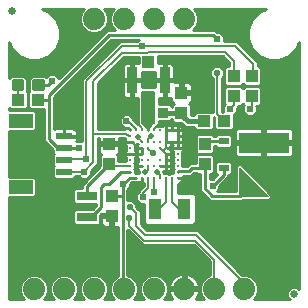
<source format=gtl>
G75*
%MOIN*%
%OFA0B0*%
%FSLAX25Y25*%
%IPPOS*%
%LPD*%
%AMOC8*
5,1,8,0,0,1.08239X$1,22.5*
%
%ADD10C,0.00984*%
%ADD11R,0.07874X0.04724*%
%ADD12R,0.05315X0.02362*%
%ADD13R,0.03937X0.04331*%
%ADD14R,0.03346X0.08661*%
%ADD15R,0.03937X0.04134*%
%ADD16R,0.03937X0.07087*%
%ADD17C,0.07400*%
%ADD18R,0.03268X0.02480*%
%ADD19C,0.02500*%
%ADD20C,0.01181*%
%ADD21R,0.04331X0.03937*%
%ADD22R,0.03346X0.03543*%
%ADD23R,0.16535X0.06693*%
%ADD24C,0.00197*%
%ADD25R,0.03937X0.03937*%
%ADD26R,0.07087X0.03150*%
%ADD27C,0.01000*%
%ADD28C,0.02400*%
%ADD29C,0.00800*%
%ADD30C,0.02200*%
%ADD31C,0.02000*%
%ADD32C,0.00600*%
%ADD33C,0.01800*%
D10*
X0156475Y0097142D03*
X0156475Y0099110D03*
X0156475Y0101079D03*
X0156475Y0103047D03*
X0156475Y0105016D03*
X0156475Y0106984D03*
X0156475Y0108953D03*
X0156475Y0110921D03*
X0156475Y0112890D03*
X0158444Y0112890D03*
X0160412Y0112890D03*
X0162381Y0112890D03*
X0164349Y0112890D03*
X0166318Y0112890D03*
X0168286Y0112890D03*
X0170255Y0112890D03*
X0172223Y0112890D03*
X0172223Y0110921D03*
X0172223Y0108953D03*
X0172223Y0106984D03*
X0172223Y0105016D03*
X0172223Y0103047D03*
X0172223Y0101079D03*
X0172223Y0099110D03*
X0172223Y0097142D03*
X0170255Y0097142D03*
X0168286Y0097142D03*
X0166318Y0097142D03*
X0164349Y0097142D03*
X0162381Y0097142D03*
X0160412Y0097142D03*
X0158444Y0097142D03*
X0160412Y0101079D03*
X0160412Y0103047D03*
X0162381Y0103047D03*
X0162381Y0101079D03*
X0164349Y0101079D03*
X0166318Y0101079D03*
X0168286Y0101079D03*
X0168286Y0103047D03*
X0166318Y0103047D03*
X0168286Y0105016D03*
X0166318Y0106984D03*
X0166318Y0108953D03*
X0168286Y0108953D03*
X0164349Y0108953D03*
X0162381Y0108953D03*
X0162381Y0106984D03*
X0160412Y0106984D03*
X0160412Y0105016D03*
X0160412Y0108953D03*
D11*
X0119865Y0116024D03*
X0119865Y0093976D03*
D12*
X0134333Y0099094D03*
X0134333Y0103031D03*
X0134333Y0106969D03*
X0134333Y0110906D03*
D13*
X0149333Y0108346D03*
X0149333Y0101654D03*
X0150233Y0091046D03*
X0150233Y0084354D03*
X0181233Y0101654D03*
X0181233Y0108346D03*
X0173433Y0118654D03*
X0173433Y0125346D03*
X0190833Y0124254D03*
X0196933Y0124254D03*
X0196933Y0130946D03*
X0190833Y0130946D03*
D14*
X0167847Y0129500D03*
X0157020Y0129500D03*
D15*
X0162433Y0123496D03*
X0162433Y0135504D03*
D16*
X0164612Y0086700D03*
X0174455Y0086700D03*
D17*
X0174333Y0060000D03*
X0164333Y0060000D03*
X0154333Y0060000D03*
X0144333Y0060000D03*
X0134333Y0060000D03*
X0124333Y0060000D03*
X0184333Y0060000D03*
X0194333Y0060000D03*
X0174333Y0150000D03*
X0164333Y0150000D03*
X0154333Y0150000D03*
X0144333Y0150000D03*
D18*
X0187533Y0109428D03*
X0187533Y0100372D03*
D19*
X0211133Y0058400D03*
X0116933Y0152500D03*
D20*
X0117503Y0129378D02*
X0117503Y0126622D01*
X0117503Y0129378D02*
X0120259Y0129378D01*
X0120259Y0126622D01*
X0117503Y0126622D01*
X0117503Y0127744D02*
X0120259Y0127744D01*
X0120259Y0128866D02*
X0117503Y0128866D01*
X0124408Y0129378D02*
X0124408Y0126622D01*
X0124408Y0129378D02*
X0127164Y0129378D01*
X0127164Y0126622D01*
X0124408Y0126622D01*
X0124408Y0127744D02*
X0127164Y0127744D01*
X0127164Y0128866D02*
X0124408Y0128866D01*
D21*
X0125680Y0123000D03*
X0118987Y0123000D03*
X0180987Y0116000D03*
X0187680Y0116000D03*
D22*
X0167417Y0118800D03*
X0162850Y0118800D03*
D23*
X0200971Y0108783D03*
D24*
X0192782Y0100398D02*
X0202231Y0090949D01*
X0192782Y0090949D01*
X0192782Y0100398D01*
X0192782Y0100324D02*
X0192856Y0100324D01*
X0192782Y0100129D02*
X0193051Y0100129D01*
X0193247Y0099933D02*
X0192782Y0099933D01*
X0192782Y0099738D02*
X0193442Y0099738D01*
X0193637Y0099542D02*
X0192782Y0099542D01*
X0192782Y0099347D02*
X0193833Y0099347D01*
X0194028Y0099152D02*
X0192782Y0099152D01*
X0192782Y0098956D02*
X0194223Y0098956D01*
X0194419Y0098761D02*
X0192782Y0098761D01*
X0192782Y0098566D02*
X0194614Y0098566D01*
X0194809Y0098370D02*
X0192782Y0098370D01*
X0192782Y0098175D02*
X0195005Y0098175D01*
X0195200Y0097980D02*
X0192782Y0097980D01*
X0192782Y0097784D02*
X0195396Y0097784D01*
X0195591Y0097589D02*
X0192782Y0097589D01*
X0192782Y0097393D02*
X0195786Y0097393D01*
X0195982Y0097198D02*
X0192782Y0097198D01*
X0192782Y0097003D02*
X0196177Y0097003D01*
X0196372Y0096807D02*
X0192782Y0096807D01*
X0192782Y0096612D02*
X0196568Y0096612D01*
X0196763Y0096417D02*
X0192782Y0096417D01*
X0192782Y0096221D02*
X0196958Y0096221D01*
X0197154Y0096026D02*
X0192782Y0096026D01*
X0192782Y0095831D02*
X0197349Y0095831D01*
X0197545Y0095635D02*
X0192782Y0095635D01*
X0192782Y0095440D02*
X0197740Y0095440D01*
X0197935Y0095245D02*
X0192782Y0095245D01*
X0192782Y0095049D02*
X0198131Y0095049D01*
X0198326Y0094854D02*
X0192782Y0094854D01*
X0192782Y0094658D02*
X0198521Y0094658D01*
X0198717Y0094463D02*
X0192782Y0094463D01*
X0192782Y0094268D02*
X0198912Y0094268D01*
X0199107Y0094072D02*
X0192782Y0094072D01*
X0192782Y0093877D02*
X0199303Y0093877D01*
X0199498Y0093682D02*
X0192782Y0093682D01*
X0192782Y0093486D02*
X0199694Y0093486D01*
X0199889Y0093291D02*
X0192782Y0093291D01*
X0192782Y0093096D02*
X0200084Y0093096D01*
X0200280Y0092900D02*
X0192782Y0092900D01*
X0192782Y0092705D02*
X0200475Y0092705D01*
X0200670Y0092509D02*
X0192782Y0092509D01*
X0192782Y0092314D02*
X0200866Y0092314D01*
X0201061Y0092119D02*
X0192782Y0092119D01*
X0192782Y0091923D02*
X0201256Y0091923D01*
X0201452Y0091728D02*
X0192782Y0091728D01*
X0192782Y0091533D02*
X0201647Y0091533D01*
X0201843Y0091337D02*
X0192782Y0091337D01*
X0192782Y0091142D02*
X0202038Y0091142D01*
D25*
X0195373Y0093500D03*
D26*
X0141833Y0091118D03*
X0141833Y0084031D03*
D27*
X0115933Y0090514D02*
X0115933Y0056600D01*
X0120945Y0056600D01*
X0120264Y0057281D01*
X0119533Y0059045D01*
X0119533Y0060955D01*
X0120264Y0062719D01*
X0121614Y0064069D01*
X0123379Y0064800D01*
X0125288Y0064800D01*
X0127052Y0064069D01*
X0128403Y0062719D01*
X0129133Y0060955D01*
X0129133Y0059045D01*
X0128403Y0057281D01*
X0127722Y0056600D01*
X0130945Y0056600D01*
X0130264Y0057281D01*
X0129533Y0059045D01*
X0129533Y0060955D01*
X0130264Y0062719D01*
X0131614Y0064069D01*
X0133379Y0064800D01*
X0135288Y0064800D01*
X0137052Y0064069D01*
X0138403Y0062719D01*
X0139133Y0060955D01*
X0139133Y0059045D01*
X0138403Y0057281D01*
X0137722Y0056600D01*
X0140945Y0056600D01*
X0140264Y0057281D01*
X0139533Y0059045D01*
X0139533Y0060955D01*
X0140264Y0062719D01*
X0141614Y0064069D01*
X0143379Y0064800D01*
X0145288Y0064800D01*
X0147052Y0064069D01*
X0148403Y0062719D01*
X0149133Y0060955D01*
X0149133Y0059045D01*
X0148403Y0057281D01*
X0147722Y0056600D01*
X0150945Y0056600D01*
X0150264Y0057281D01*
X0149533Y0059045D01*
X0149533Y0060955D01*
X0150264Y0062719D01*
X0151614Y0064069D01*
X0152233Y0064326D01*
X0152233Y0080688D01*
X0150718Y0080688D01*
X0150718Y0083869D01*
X0149749Y0083869D01*
X0149749Y0080688D01*
X0148067Y0080688D01*
X0147686Y0080790D01*
X0147344Y0080988D01*
X0147065Y0081267D01*
X0146867Y0081609D01*
X0146765Y0081991D01*
X0146765Y0083869D01*
X0149749Y0083869D01*
X0149749Y0084838D01*
X0146765Y0084838D01*
X0146765Y0085069D01*
X0146477Y0084781D01*
X0146477Y0082001D01*
X0145832Y0081357D01*
X0137834Y0081357D01*
X0137190Y0082001D01*
X0137190Y0086062D01*
X0137834Y0086706D01*
X0143877Y0086706D01*
X0145133Y0087963D01*
X0145133Y0088443D01*
X0137834Y0088443D01*
X0137190Y0089088D01*
X0137190Y0093149D01*
X0137834Y0093793D01*
X0140233Y0093793D01*
X0140233Y0094816D01*
X0141171Y0095754D01*
X0146265Y0100848D01*
X0146265Y0104275D01*
X0146778Y0104788D01*
X0146444Y0104981D01*
X0146165Y0105260D01*
X0145967Y0105602D01*
X0145865Y0105984D01*
X0145865Y0107862D01*
X0148849Y0107862D01*
X0148849Y0108831D01*
X0145865Y0108831D01*
X0145865Y0110200D01*
X0145633Y0110200D01*
X0145633Y0101679D01*
X0143228Y0099273D01*
X0143228Y0098142D01*
X0141880Y0096794D01*
X0139975Y0096794D01*
X0139175Y0097594D01*
X0138091Y0097594D01*
X0138091Y0097458D01*
X0137446Y0096813D01*
X0131220Y0096813D01*
X0130576Y0097458D01*
X0130576Y0100731D01*
X0130908Y0101063D01*
X0130576Y0101395D01*
X0130576Y0104668D01*
X0130908Y0105000D01*
X0130576Y0105332D01*
X0130576Y0106363D01*
X0128671Y0108269D01*
X0127733Y0109206D01*
X0127733Y0119931D01*
X0123059Y0119931D01*
X0122414Y0120576D01*
X0122414Y0125424D01*
X0122815Y0125825D01*
X0122718Y0125922D01*
X0122718Y0130078D01*
X0123708Y0131068D01*
X0127864Y0131068D01*
X0128357Y0130576D01*
X0129481Y0131700D01*
X0131386Y0131700D01*
X0132733Y0130353D01*
X0132733Y0130263D01*
X0148771Y0146300D01*
X0151245Y0146300D01*
X0150264Y0147281D01*
X0149533Y0149045D01*
X0149533Y0150955D01*
X0150264Y0152719D01*
X0150945Y0153400D01*
X0147722Y0153400D01*
X0148403Y0152719D01*
X0149133Y0150955D01*
X0149133Y0149045D01*
X0148403Y0147281D01*
X0147052Y0145931D01*
X0145288Y0145200D01*
X0143379Y0145200D01*
X0141614Y0145931D01*
X0140264Y0147281D01*
X0139533Y0149045D01*
X0139533Y0150955D01*
X0140264Y0152719D01*
X0140945Y0153400D01*
X0127049Y0153400D01*
X0129318Y0152460D01*
X0129318Y0152460D01*
X0131794Y0149985D01*
X0131794Y0149985D01*
X0133133Y0146750D01*
X0133133Y0143250D01*
X0131794Y0140015D01*
X0131794Y0140015D01*
X0129318Y0137540D01*
X0129318Y0137540D01*
X0126084Y0136200D01*
X0122583Y0136200D01*
X0119349Y0137540D01*
X0119349Y0137540D01*
X0116873Y0140015D01*
X0116873Y0140015D01*
X0115933Y0142284D01*
X0115933Y0130199D01*
X0116802Y0131068D01*
X0120959Y0131068D01*
X0121949Y0130078D01*
X0121949Y0125922D01*
X0121852Y0125825D01*
X0122252Y0125424D01*
X0122252Y0120576D01*
X0121608Y0119931D01*
X0116366Y0119931D01*
X0115933Y0120364D01*
X0115933Y0119486D01*
X0124257Y0119486D01*
X0124902Y0118841D01*
X0124902Y0113206D01*
X0124257Y0112561D01*
X0115933Y0112561D01*
X0115933Y0097439D01*
X0124257Y0097439D01*
X0124902Y0096794D01*
X0124902Y0091159D01*
X0124257Y0090514D01*
X0115933Y0090514D01*
X0115933Y0089948D02*
X0137190Y0089948D01*
X0137190Y0090946D02*
X0124690Y0090946D01*
X0124902Y0091945D02*
X0137190Y0091945D01*
X0137190Y0092943D02*
X0124902Y0092943D01*
X0124902Y0093942D02*
X0140233Y0093942D01*
X0140358Y0094940D02*
X0124902Y0094940D01*
X0124902Y0095939D02*
X0141356Y0095939D01*
X0142023Y0096937D02*
X0142355Y0096937D01*
X0143022Y0097936D02*
X0143353Y0097936D01*
X0143228Y0098934D02*
X0144352Y0098934D01*
X0143888Y0099933D02*
X0145350Y0099933D01*
X0144886Y0100932D02*
X0146265Y0100932D01*
X0146265Y0101930D02*
X0145633Y0101930D01*
X0145633Y0102929D02*
X0146265Y0102929D01*
X0146265Y0103927D02*
X0145633Y0103927D01*
X0145633Y0104926D02*
X0146539Y0104926D01*
X0145881Y0105924D02*
X0145633Y0105924D01*
X0145633Y0106923D02*
X0145865Y0106923D01*
X0145633Y0107921D02*
X0148849Y0107921D01*
X0149818Y0107921D02*
X0154770Y0107921D01*
X0154881Y0107730D02*
X0154925Y0107686D01*
X0154883Y0107644D01*
X0154883Y0106325D01*
X0154925Y0106283D01*
X0154881Y0106239D01*
X0154619Y0105785D01*
X0154483Y0105278D01*
X0154483Y0105016D01*
X0156475Y0105016D01*
X0156475Y0105016D01*
X0160061Y0105016D01*
X0160062Y0105016D01*
X0158420Y0105016D01*
X0156475Y0105016D01*
X0156475Y0105016D01*
X0154483Y0105016D01*
X0154483Y0104753D01*
X0154619Y0104247D01*
X0154881Y0103793D01*
X0154925Y0103749D01*
X0154883Y0103707D01*
X0154883Y0102579D01*
X0152402Y0102579D01*
X0152402Y0104275D01*
X0151889Y0104788D01*
X0152223Y0104981D01*
X0152502Y0105260D01*
X0152700Y0105602D01*
X0152802Y0105984D01*
X0152802Y0107862D01*
X0149818Y0107862D01*
X0149818Y0108831D01*
X0152802Y0108831D01*
X0152802Y0110200D01*
X0154512Y0110200D01*
X0154755Y0109957D01*
X0154619Y0109722D01*
X0154483Y0109215D01*
X0154483Y0108953D01*
X0156475Y0108953D01*
X0156475Y0108953D01*
X0157411Y0108953D01*
X0156475Y0108953D01*
X0156475Y0108953D01*
X0154483Y0108953D01*
X0154483Y0108690D01*
X0154619Y0108184D01*
X0154881Y0107730D01*
X0154883Y0106923D02*
X0152802Y0106923D01*
X0152786Y0105924D02*
X0154699Y0105924D01*
X0154483Y0104926D02*
X0152127Y0104926D01*
X0152402Y0103927D02*
X0154803Y0103927D01*
X0154883Y0102929D02*
X0152402Y0102929D01*
X0149333Y0101654D02*
X0141833Y0094154D01*
X0141833Y0093000D01*
X0141833Y0091118D01*
X0145121Y0087951D02*
X0115933Y0087951D01*
X0115933Y0088949D02*
X0137328Y0088949D01*
X0137190Y0085954D02*
X0115933Y0085954D01*
X0115933Y0086952D02*
X0144123Y0086952D01*
X0146733Y0087300D02*
X0143465Y0084031D01*
X0141833Y0084031D01*
X0137190Y0083957D02*
X0115933Y0083957D01*
X0115933Y0084955D02*
X0137190Y0084955D01*
X0137190Y0082958D02*
X0115933Y0082958D01*
X0115933Y0081960D02*
X0137231Y0081960D01*
X0146435Y0081960D02*
X0146773Y0081960D01*
X0146765Y0082958D02*
X0146477Y0082958D01*
X0146477Y0083957D02*
X0149749Y0083957D01*
X0149749Y0082958D02*
X0150718Y0082958D01*
X0150718Y0081960D02*
X0149749Y0081960D01*
X0149749Y0080961D02*
X0150718Y0080961D01*
X0152233Y0079963D02*
X0115933Y0079963D01*
X0115933Y0080961D02*
X0147390Y0080961D01*
X0152233Y0078964D02*
X0115933Y0078964D01*
X0115933Y0077966D02*
X0152233Y0077966D01*
X0152233Y0076967D02*
X0115933Y0076967D01*
X0115933Y0075969D02*
X0152233Y0075969D01*
X0152233Y0074970D02*
X0115933Y0074970D01*
X0115933Y0073972D02*
X0152233Y0073972D01*
X0152233Y0072973D02*
X0115933Y0072973D01*
X0115933Y0071975D02*
X0152233Y0071975D01*
X0152233Y0070976D02*
X0115933Y0070976D01*
X0115933Y0069978D02*
X0152233Y0069978D01*
X0152233Y0068979D02*
X0115933Y0068979D01*
X0115933Y0067981D02*
X0152233Y0067981D01*
X0152233Y0066982D02*
X0115933Y0066982D01*
X0115933Y0065984D02*
X0152233Y0065984D01*
X0152233Y0064985D02*
X0115933Y0064985D01*
X0115933Y0063987D02*
X0121532Y0063987D01*
X0120533Y0062988D02*
X0115933Y0062988D01*
X0115933Y0061990D02*
X0119962Y0061990D01*
X0119548Y0060991D02*
X0115933Y0060991D01*
X0115933Y0059993D02*
X0119533Y0059993D01*
X0119555Y0058994D02*
X0115933Y0058994D01*
X0115933Y0057996D02*
X0119968Y0057996D01*
X0120548Y0056997D02*
X0115933Y0056997D01*
X0128119Y0056997D02*
X0130548Y0056997D01*
X0129968Y0057996D02*
X0128699Y0057996D01*
X0129112Y0058994D02*
X0129555Y0058994D01*
X0129533Y0059993D02*
X0129133Y0059993D01*
X0129118Y0060991D02*
X0129548Y0060991D01*
X0129962Y0061990D02*
X0128705Y0061990D01*
X0128133Y0062988D02*
X0130533Y0062988D01*
X0131532Y0063987D02*
X0127135Y0063987D01*
X0137135Y0063987D02*
X0141532Y0063987D01*
X0140533Y0062988D02*
X0138133Y0062988D01*
X0138705Y0061990D02*
X0139962Y0061990D01*
X0139548Y0060991D02*
X0139118Y0060991D01*
X0139133Y0059993D02*
X0139533Y0059993D01*
X0139555Y0058994D02*
X0139112Y0058994D01*
X0138699Y0057996D02*
X0139968Y0057996D01*
X0140548Y0056997D02*
X0138119Y0056997D01*
X0148119Y0056997D02*
X0150548Y0056997D01*
X0149968Y0057996D02*
X0148699Y0057996D01*
X0149112Y0058994D02*
X0149555Y0058994D01*
X0149533Y0059993D02*
X0149133Y0059993D01*
X0149118Y0060991D02*
X0149548Y0060991D01*
X0149962Y0061990D02*
X0148705Y0061990D01*
X0148133Y0062988D02*
X0150533Y0062988D01*
X0151532Y0063987D02*
X0147135Y0063987D01*
X0153833Y0060500D02*
X0154333Y0060000D01*
X0153833Y0060500D02*
X0153833Y0091000D01*
X0150280Y0091000D01*
X0150233Y0091046D01*
X0153833Y0091000D02*
X0153833Y0094600D01*
X0154083Y0094850D01*
X0156375Y0097142D01*
X0156475Y0097142D01*
X0158444Y0097142D01*
X0158075Y0098742D02*
X0158075Y0099773D01*
X0157748Y0100100D01*
X0158067Y0100419D01*
X0158067Y0101738D01*
X0157742Y0102063D01*
X0158067Y0102388D01*
X0158067Y0103707D01*
X0158025Y0103749D01*
X0158069Y0103793D01*
X0158331Y0104247D01*
X0158444Y0104665D01*
X0158556Y0104247D01*
X0158818Y0103793D01*
X0158862Y0103749D01*
X0158820Y0103707D01*
X0158820Y0102388D01*
X0158862Y0102346D01*
X0158818Y0102302D01*
X0158556Y0101848D01*
X0158420Y0101341D01*
X0158420Y0101079D01*
X0160412Y0101079D01*
X0160412Y0101079D01*
X0158420Y0101079D01*
X0158420Y0100816D01*
X0158556Y0100310D01*
X0158818Y0099856D01*
X0159189Y0099485D01*
X0159333Y0099401D01*
X0159333Y0098819D01*
X0159189Y0098736D01*
X0159151Y0098697D01*
X0159106Y0098742D01*
X0158075Y0098742D01*
X0158075Y0098934D02*
X0159333Y0098934D01*
X0158773Y0099933D02*
X0157915Y0099933D01*
X0158067Y0100932D02*
X0158420Y0100932D01*
X0158603Y0101930D02*
X0157875Y0101930D01*
X0158067Y0102929D02*
X0158820Y0102929D01*
X0158740Y0103927D02*
X0158147Y0103927D01*
X0158444Y0105366D02*
X0158331Y0105785D01*
X0158069Y0106239D01*
X0158025Y0106283D01*
X0158067Y0106325D01*
X0158067Y0107644D01*
X0158025Y0107686D01*
X0158069Y0107730D01*
X0158331Y0108184D01*
X0158389Y0108400D01*
X0158820Y0108400D01*
X0158820Y0108293D01*
X0158862Y0108251D01*
X0158818Y0108207D01*
X0158556Y0107753D01*
X0158420Y0107247D01*
X0158420Y0106984D01*
X0158420Y0106722D01*
X0158556Y0106215D01*
X0158680Y0106000D01*
X0158556Y0105785D01*
X0158444Y0105366D01*
X0158251Y0105924D02*
X0158636Y0105924D01*
X0158420Y0106923D02*
X0158067Y0106923D01*
X0158420Y0106984D02*
X0160061Y0106984D01*
X0160062Y0106984D01*
X0158420Y0106984D01*
X0158653Y0107921D02*
X0158180Y0107921D01*
X0157411Y0108953D02*
X0157411Y0108953D01*
X0154732Y0109918D02*
X0152802Y0109918D01*
X0152802Y0108920D02*
X0154483Y0108920D01*
X0154496Y0113200D02*
X0145633Y0113200D01*
X0145633Y0128679D01*
X0154155Y0137200D01*
X0159365Y0137200D01*
X0159365Y0135175D01*
X0159272Y0135228D01*
X0158891Y0135331D01*
X0157357Y0135331D01*
X0157357Y0129837D01*
X0156683Y0129837D01*
X0156683Y0135331D01*
X0155149Y0135331D01*
X0154768Y0135228D01*
X0154426Y0135031D01*
X0154146Y0134752D01*
X0153949Y0134410D01*
X0153847Y0134028D01*
X0153847Y0129837D01*
X0156683Y0129837D01*
X0156683Y0129163D01*
X0157357Y0129163D01*
X0157357Y0129837D01*
X0160193Y0129837D01*
X0160193Y0132337D01*
X0164673Y0132337D01*
X0164673Y0129837D01*
X0167510Y0129837D01*
X0167510Y0135331D01*
X0165976Y0135331D01*
X0165595Y0135228D01*
X0165502Y0135175D01*
X0165502Y0137600D01*
X0187212Y0137600D01*
X0189333Y0135479D01*
X0189333Y0134212D01*
X0188409Y0134212D01*
X0187765Y0133567D01*
X0187765Y0128325D01*
X0188409Y0127681D01*
X0193257Y0127681D01*
X0193883Y0128307D01*
X0194509Y0127681D01*
X0199357Y0127681D01*
X0200002Y0128325D01*
X0200002Y0133567D01*
X0199357Y0134212D01*
X0198833Y0134212D01*
X0198833Y0135621D01*
X0191955Y0142500D01*
X0187633Y0142500D01*
X0187633Y0144353D01*
X0186286Y0145700D01*
X0185296Y0145700D01*
X0184696Y0146300D01*
X0177422Y0146300D01*
X0178403Y0147281D01*
X0179133Y0149045D01*
X0179133Y0150955D01*
X0178403Y0152719D01*
X0177722Y0153400D01*
X0201617Y0153400D01*
X0199349Y0152460D01*
X0199349Y0152460D01*
X0196873Y0149985D01*
X0196873Y0149985D01*
X0196873Y0149985D01*
X0195533Y0146750D01*
X0195533Y0143250D01*
X0196873Y0140015D01*
X0199349Y0137540D01*
X0202583Y0136200D01*
X0206084Y0136200D01*
X0209318Y0137540D01*
X0209318Y0137540D01*
X0211794Y0140015D01*
X0211794Y0140015D01*
X0212733Y0142284D01*
X0212733Y0060123D01*
X0212107Y0060750D01*
X0210160Y0060750D01*
X0208783Y0059373D01*
X0208783Y0057427D01*
X0209610Y0056600D01*
X0197722Y0056600D01*
X0198403Y0057281D01*
X0199133Y0059045D01*
X0199133Y0060955D01*
X0198403Y0062719D01*
X0197052Y0064069D01*
X0195288Y0064800D01*
X0193655Y0064800D01*
X0179833Y0078621D01*
X0178955Y0079500D01*
X0161955Y0079500D01*
X0159833Y0081621D01*
X0159833Y0085921D01*
X0158955Y0086800D01*
X0158433Y0087321D01*
X0158433Y0088311D01*
X0157145Y0089600D01*
X0155433Y0089600D01*
X0155433Y0092947D01*
X0156383Y0093897D01*
X0156383Y0094887D01*
X0157038Y0095542D01*
X0159106Y0095542D01*
X0159151Y0095586D01*
X0159189Y0095548D01*
X0159643Y0095285D01*
X0160150Y0095150D01*
X0160412Y0095150D01*
X0160412Y0097142D01*
X0160412Y0097142D01*
X0160412Y0095150D01*
X0160674Y0095150D01*
X0160881Y0095205D01*
X0160881Y0094269D01*
X0160112Y0093500D01*
X0159233Y0092621D01*
X0159233Y0092353D01*
X0158433Y0091553D01*
X0158433Y0089647D01*
X0159781Y0088300D01*
X0160883Y0088300D01*
X0160883Y0082241D01*
X0161674Y0081450D01*
X0177393Y0081450D01*
X0178183Y0082241D01*
X0178183Y0091159D01*
X0177393Y0091950D01*
X0172283Y0091950D01*
X0172283Y0095150D01*
X0172485Y0095150D01*
X0172992Y0095285D01*
X0173446Y0095548D01*
X0173817Y0095919D01*
X0174079Y0096373D01*
X0174215Y0096879D01*
X0174215Y0097142D01*
X0174215Y0097404D01*
X0174133Y0097710D01*
X0176553Y0097710D01*
X0177543Y0098700D01*
X0178497Y0098700D01*
X0178809Y0098388D01*
X0179633Y0098388D01*
X0179633Y0092837D01*
X0182133Y0090337D01*
X0183071Y0089400D01*
X0193535Y0089400D01*
X0193886Y0089750D01*
X0202727Y0089750D01*
X0203429Y0090452D01*
X0203429Y0091445D01*
X0193279Y0101596D01*
X0192286Y0101596D01*
X0191584Y0100894D01*
X0191584Y0092600D01*
X0185286Y0092600D01*
X0186133Y0093447D01*
X0186133Y0094437D01*
X0188196Y0096500D01*
X0188196Y0096500D01*
X0189133Y0097437D01*
X0189133Y0098032D01*
X0189623Y0098032D01*
X0190267Y0098677D01*
X0190267Y0102068D01*
X0189623Y0102713D01*
X0185444Y0102713D01*
X0184799Y0102068D01*
X0184799Y0098677D01*
X0185323Y0098153D01*
X0183871Y0096700D01*
X0182881Y0096700D01*
X0182833Y0096653D01*
X0182833Y0098388D01*
X0183657Y0098388D01*
X0184302Y0099033D01*
X0184302Y0104275D01*
X0183657Y0104919D01*
X0178809Y0104919D01*
X0178165Y0104275D01*
X0178165Y0101900D01*
X0176217Y0101900D01*
X0175280Y0100963D01*
X0175227Y0100910D01*
X0173815Y0100910D01*
X0173815Y0101738D01*
X0173490Y0102063D01*
X0173815Y0102388D01*
X0173815Y0103707D01*
X0173490Y0104031D01*
X0173815Y0104356D01*
X0173815Y0105675D01*
X0173773Y0105717D01*
X0173817Y0105761D01*
X0174079Y0106215D01*
X0174215Y0106722D01*
X0174215Y0106984D01*
X0172573Y0106984D01*
X0172574Y0106984D01*
X0174215Y0106984D01*
X0174215Y0107247D01*
X0174079Y0107753D01*
X0173955Y0107969D01*
X0174079Y0108184D01*
X0174215Y0108690D01*
X0174215Y0108953D01*
X0174215Y0109215D01*
X0174079Y0109722D01*
X0173955Y0109937D01*
X0174079Y0110152D01*
X0174215Y0110659D01*
X0174215Y0110921D01*
X0172574Y0110921D01*
X0172573Y0110921D01*
X0172574Y0110921D01*
X0174215Y0110921D01*
X0174215Y0111184D01*
X0174079Y0111690D01*
X0173955Y0111906D01*
X0174079Y0112121D01*
X0174215Y0112627D01*
X0174215Y0112890D01*
X0174215Y0113152D01*
X0174079Y0113659D01*
X0173817Y0114113D01*
X0173446Y0114484D01*
X0172992Y0114746D01*
X0172485Y0114882D01*
X0172223Y0114882D01*
X0171961Y0114882D01*
X0171454Y0114746D01*
X0171239Y0114622D01*
X0171024Y0114746D01*
X0170517Y0114882D01*
X0170255Y0114882D01*
X0170255Y0113240D01*
X0170255Y0113240D01*
X0170255Y0113240D01*
X0170255Y0114882D01*
X0169992Y0114882D01*
X0169486Y0114746D01*
X0169270Y0114622D01*
X0169055Y0114746D01*
X0168548Y0114882D01*
X0168286Y0114882D01*
X0168024Y0114882D01*
X0167517Y0114746D01*
X0167063Y0114484D01*
X0167019Y0114440D01*
X0166977Y0114482D01*
X0165658Y0114482D01*
X0165616Y0114440D01*
X0165572Y0114484D01*
X0165461Y0114548D01*
X0165833Y0114920D01*
X0165833Y0115928D01*
X0169546Y0115928D01*
X0170190Y0116573D01*
X0170190Y0116800D01*
X0170365Y0116800D01*
X0170365Y0116033D01*
X0171009Y0115388D01*
X0173317Y0115388D01*
X0174705Y0114000D01*
X0177722Y0114000D01*
X0177722Y0113576D01*
X0178366Y0112931D01*
X0183608Y0112931D01*
X0184252Y0113576D01*
X0184252Y0117306D01*
X0184414Y0117144D01*
X0184414Y0113576D01*
X0185059Y0112931D01*
X0190301Y0112931D01*
X0190945Y0113576D01*
X0190945Y0118159D01*
X0191833Y0119047D01*
X0191833Y0120179D01*
X0192333Y0120679D01*
X0192333Y0120988D01*
X0193257Y0120988D01*
X0193883Y0121614D01*
X0194289Y0121208D01*
X0193933Y0120853D01*
X0193933Y0118947D01*
X0195281Y0117600D01*
X0197186Y0117600D01*
X0198533Y0118947D01*
X0198533Y0120853D01*
X0198433Y0120953D01*
X0198433Y0120988D01*
X0199357Y0120988D01*
X0200002Y0121633D01*
X0200002Y0126875D01*
X0199357Y0127519D01*
X0194509Y0127519D01*
X0193883Y0126893D01*
X0193257Y0127519D01*
X0188409Y0127519D01*
X0187765Y0126875D01*
X0187765Y0121633D01*
X0187839Y0121558D01*
X0187233Y0120953D01*
X0187233Y0119068D01*
X0186833Y0119068D01*
X0186833Y0130389D01*
X0187533Y0131089D01*
X0187533Y0132911D01*
X0186245Y0134200D01*
X0184422Y0134200D01*
X0183133Y0132911D01*
X0183133Y0131089D01*
X0183833Y0130389D01*
X0183833Y0118843D01*
X0183608Y0119068D01*
X0178366Y0119068D01*
X0177722Y0118424D01*
X0177722Y0118000D01*
X0176502Y0118000D01*
X0176502Y0121275D01*
X0175989Y0121788D01*
X0176323Y0121981D01*
X0176602Y0122260D01*
X0176800Y0122602D01*
X0176902Y0122984D01*
X0176902Y0124862D01*
X0173918Y0124862D01*
X0173918Y0125831D01*
X0176902Y0125831D01*
X0176902Y0127709D01*
X0176800Y0128091D01*
X0176602Y0128433D01*
X0176323Y0128712D01*
X0175981Y0128910D01*
X0175599Y0129012D01*
X0173918Y0129012D01*
X0173918Y0125831D01*
X0172949Y0125831D01*
X0172949Y0129012D01*
X0171267Y0129012D01*
X0171020Y0128945D01*
X0171020Y0129163D01*
X0168183Y0129163D01*
X0168183Y0123669D01*
X0169717Y0123669D01*
X0169965Y0123736D01*
X0169965Y0122984D01*
X0170067Y0122602D01*
X0170265Y0122260D01*
X0170544Y0121981D01*
X0170878Y0121788D01*
X0170365Y0121275D01*
X0170365Y0120800D01*
X0170190Y0120800D01*
X0170190Y0121027D01*
X0169546Y0121672D01*
X0165833Y0121672D01*
X0165833Y0123708D01*
X0165976Y0123669D01*
X0167510Y0123669D01*
X0167510Y0129163D01*
X0168183Y0129163D01*
X0168183Y0129837D01*
X0167510Y0129837D01*
X0167510Y0129163D01*
X0164673Y0129163D01*
X0164673Y0127200D01*
X0160193Y0127200D01*
X0160193Y0129163D01*
X0157357Y0129163D01*
X0157357Y0123669D01*
X0158891Y0123669D01*
X0158933Y0123681D01*
X0158933Y0114821D01*
X0157433Y0116321D01*
X0157433Y0117053D01*
X0156086Y0118400D01*
X0154181Y0118400D01*
X0152833Y0117053D01*
X0152833Y0115147D01*
X0154181Y0113800D01*
X0154700Y0113800D01*
X0154619Y0113659D01*
X0154496Y0113200D01*
X0154339Y0113500D02*
X0153639Y0114200D01*
X0152433Y0114200D01*
X0153070Y0114911D02*
X0145633Y0114911D01*
X0145633Y0115909D02*
X0152833Y0115909D01*
X0152833Y0116908D02*
X0145633Y0116908D01*
X0145633Y0117906D02*
X0153687Y0117906D01*
X0156580Y0117906D02*
X0158933Y0117906D01*
X0158933Y0116908D02*
X0157433Y0116908D01*
X0157845Y0115909D02*
X0158933Y0115909D01*
X0158933Y0114911D02*
X0158844Y0114911D01*
X0156475Y0112890D02*
X0155865Y0113500D01*
X0154339Y0113500D01*
X0154068Y0113912D02*
X0145633Y0113912D01*
X0140233Y0113912D02*
X0130933Y0113912D01*
X0131097Y0113484D02*
X0130933Y0113390D01*
X0130933Y0123937D01*
X0150096Y0143100D01*
X0159181Y0143100D01*
X0158581Y0142500D01*
X0154155Y0142500D01*
X0152912Y0142500D01*
X0140233Y0129821D01*
X0140233Y0109300D01*
X0138430Y0109300D01*
X0138491Y0109527D01*
X0138491Y0110815D01*
X0134424Y0110815D01*
X0134424Y0110996D01*
X0138491Y0110996D01*
X0138491Y0112284D01*
X0138389Y0112666D01*
X0138191Y0113008D01*
X0137912Y0113287D01*
X0137570Y0113484D01*
X0137188Y0113587D01*
X0134424Y0113587D01*
X0134424Y0110996D01*
X0134243Y0110996D01*
X0134243Y0113587D01*
X0131478Y0113587D01*
X0131097Y0113484D01*
X0130933Y0114911D02*
X0140233Y0114911D01*
X0140233Y0115909D02*
X0130933Y0115909D01*
X0130933Y0116908D02*
X0140233Y0116908D01*
X0140233Y0117906D02*
X0130933Y0117906D01*
X0130933Y0118905D02*
X0140233Y0118905D01*
X0140233Y0119903D02*
X0130933Y0119903D01*
X0130933Y0120902D02*
X0140233Y0120902D01*
X0140233Y0121900D02*
X0130933Y0121900D01*
X0130933Y0122899D02*
X0140233Y0122899D01*
X0140233Y0123897D02*
X0130933Y0123897D01*
X0131892Y0124896D02*
X0140233Y0124896D01*
X0140233Y0125894D02*
X0132890Y0125894D01*
X0133889Y0126893D02*
X0140233Y0126893D01*
X0140233Y0127891D02*
X0134887Y0127891D01*
X0135886Y0128890D02*
X0140233Y0128890D01*
X0140300Y0129888D02*
X0136884Y0129888D01*
X0137883Y0130887D02*
X0141299Y0130887D01*
X0142297Y0131885D02*
X0138881Y0131885D01*
X0139880Y0132884D02*
X0143296Y0132884D01*
X0144294Y0133882D02*
X0140878Y0133882D01*
X0141877Y0134881D02*
X0145293Y0134881D01*
X0146291Y0135879D02*
X0142875Y0135879D01*
X0143874Y0136878D02*
X0147290Y0136878D01*
X0148288Y0137876D02*
X0144873Y0137876D01*
X0145871Y0138875D02*
X0149287Y0138875D01*
X0150285Y0139873D02*
X0146870Y0139873D01*
X0147868Y0140872D02*
X0151284Y0140872D01*
X0152282Y0141870D02*
X0148867Y0141870D01*
X0149865Y0142869D02*
X0158950Y0142869D01*
X0150682Y0146863D02*
X0147985Y0146863D01*
X0148335Y0145865D02*
X0146892Y0145865D01*
X0147337Y0144866D02*
X0133133Y0144866D01*
X0133133Y0143868D02*
X0146338Y0143868D01*
X0145340Y0142869D02*
X0132976Y0142869D01*
X0132562Y0141870D02*
X0144341Y0141870D01*
X0143343Y0140872D02*
X0132148Y0140872D01*
X0131652Y0139873D02*
X0142344Y0139873D01*
X0141346Y0138875D02*
X0130653Y0138875D01*
X0129655Y0137876D02*
X0140347Y0137876D01*
X0139349Y0136878D02*
X0127720Y0136878D01*
X0120946Y0136878D02*
X0115933Y0136878D01*
X0115933Y0137876D02*
X0119012Y0137876D01*
X0118013Y0138875D02*
X0115933Y0138875D01*
X0115933Y0139873D02*
X0117015Y0139873D01*
X0116518Y0140872D02*
X0115933Y0140872D01*
X0115933Y0141870D02*
X0116105Y0141870D01*
X0115933Y0135879D02*
X0138350Y0135879D01*
X0137352Y0134881D02*
X0115933Y0134881D01*
X0115933Y0133882D02*
X0136353Y0133882D01*
X0135354Y0132884D02*
X0115933Y0132884D01*
X0115933Y0131885D02*
X0134356Y0131885D01*
X0133357Y0130887D02*
X0132199Y0130887D01*
X0130433Y0129400D02*
X0129033Y0128000D01*
X0125786Y0128000D01*
X0122718Y0127891D02*
X0121949Y0127891D01*
X0121949Y0126893D02*
X0122718Y0126893D01*
X0122745Y0125894D02*
X0121922Y0125894D01*
X0122252Y0124896D02*
X0122414Y0124896D01*
X0122414Y0123897D02*
X0122252Y0123897D01*
X0122252Y0122899D02*
X0122414Y0122899D01*
X0122414Y0121900D02*
X0122252Y0121900D01*
X0122252Y0120902D02*
X0122414Y0120902D01*
X0124839Y0118905D02*
X0127733Y0118905D01*
X0127733Y0119903D02*
X0115933Y0119903D01*
X0124902Y0117906D02*
X0127733Y0117906D01*
X0127733Y0116908D02*
X0124902Y0116908D01*
X0124902Y0115909D02*
X0127733Y0115909D01*
X0127733Y0114911D02*
X0124902Y0114911D01*
X0124902Y0113912D02*
X0127733Y0113912D01*
X0127733Y0112914D02*
X0124610Y0112914D01*
X0127733Y0111915D02*
X0115933Y0111915D01*
X0115933Y0110917D02*
X0127733Y0110917D01*
X0127733Y0109918D02*
X0115933Y0109918D01*
X0115933Y0108920D02*
X0128019Y0108920D01*
X0129018Y0107921D02*
X0115933Y0107921D01*
X0115933Y0106923D02*
X0130016Y0106923D01*
X0130576Y0105924D02*
X0115933Y0105924D01*
X0115933Y0104926D02*
X0130833Y0104926D01*
X0130576Y0103927D02*
X0115933Y0103927D01*
X0115933Y0102929D02*
X0130576Y0102929D01*
X0130576Y0101930D02*
X0115933Y0101930D01*
X0115933Y0100932D02*
X0130776Y0100932D01*
X0130576Y0099933D02*
X0115933Y0099933D01*
X0115933Y0098934D02*
X0130576Y0098934D01*
X0130576Y0097936D02*
X0115933Y0097936D01*
X0124759Y0096937D02*
X0131096Y0096937D01*
X0137571Y0096937D02*
X0139832Y0096937D01*
X0146733Y0094077D02*
X0147768Y0095112D01*
X0149245Y0095112D01*
X0153244Y0099110D01*
X0156475Y0099110D01*
X0160412Y0096937D02*
X0160412Y0096937D01*
X0160412Y0095939D02*
X0160412Y0095939D01*
X0160881Y0094940D02*
X0156437Y0094940D01*
X0156383Y0093942D02*
X0160554Y0093942D01*
X0159555Y0092943D02*
X0155433Y0092943D01*
X0155433Y0091945D02*
X0158826Y0091945D01*
X0158433Y0090946D02*
X0155433Y0090946D01*
X0155433Y0089948D02*
X0158433Y0089948D01*
X0157795Y0088949D02*
X0159131Y0088949D01*
X0158433Y0087951D02*
X0160883Y0087951D01*
X0160883Y0086952D02*
X0158802Y0086952D01*
X0159801Y0085954D02*
X0160883Y0085954D01*
X0160883Y0084955D02*
X0159833Y0084955D01*
X0159833Y0083957D02*
X0160883Y0083957D01*
X0160883Y0082958D02*
X0159833Y0082958D01*
X0159833Y0081960D02*
X0161164Y0081960D01*
X0160493Y0080961D02*
X0212733Y0080961D01*
X0212733Y0079963D02*
X0161492Y0079963D01*
X0157056Y0077966D02*
X0155433Y0077966D01*
X0155433Y0078964D02*
X0156058Y0078964D01*
X0155512Y0079510D02*
X0160522Y0074500D01*
X0177512Y0074500D01*
X0182833Y0069179D01*
X0182833Y0064574D01*
X0181614Y0064069D01*
X0180264Y0062719D01*
X0179533Y0060955D01*
X0179533Y0059045D01*
X0180264Y0057281D01*
X0180945Y0056600D01*
X0178287Y0056600D01*
X0178300Y0056612D01*
X0178781Y0057275D01*
X0179152Y0058004D01*
X0179405Y0058782D01*
X0179519Y0059500D01*
X0174833Y0059500D01*
X0174833Y0060500D01*
X0173833Y0060500D01*
X0173833Y0059500D01*
X0169148Y0059500D01*
X0169261Y0058782D01*
X0169514Y0058004D01*
X0169886Y0057275D01*
X0170367Y0056612D01*
X0170379Y0056600D01*
X0167722Y0056600D01*
X0168403Y0057281D01*
X0169133Y0059045D01*
X0169133Y0060955D01*
X0168403Y0062719D01*
X0167052Y0064069D01*
X0165288Y0064800D01*
X0163379Y0064800D01*
X0161614Y0064069D01*
X0160264Y0062719D01*
X0159533Y0060955D01*
X0159533Y0059045D01*
X0160264Y0057281D01*
X0160945Y0056600D01*
X0157722Y0056600D01*
X0158403Y0057281D01*
X0159133Y0059045D01*
X0159133Y0060955D01*
X0158403Y0062719D01*
X0157052Y0064069D01*
X0155433Y0064740D01*
X0155433Y0079589D01*
X0155512Y0079510D01*
X0155433Y0076967D02*
X0158055Y0076967D01*
X0159053Y0075969D02*
X0155433Y0075969D01*
X0155433Y0074970D02*
X0160052Y0074970D01*
X0155433Y0073972D02*
X0178040Y0073972D01*
X0179039Y0072973D02*
X0155433Y0072973D01*
X0155433Y0071975D02*
X0180037Y0071975D01*
X0181036Y0070976D02*
X0155433Y0070976D01*
X0155433Y0069978D02*
X0182034Y0069978D01*
X0182833Y0068979D02*
X0155433Y0068979D01*
X0155433Y0067981D02*
X0182833Y0067981D01*
X0182833Y0066982D02*
X0155433Y0066982D01*
X0155433Y0065984D02*
X0182833Y0065984D01*
X0182833Y0064985D02*
X0175818Y0064985D01*
X0175551Y0065072D02*
X0174833Y0065186D01*
X0174833Y0060500D01*
X0179519Y0060500D01*
X0179405Y0061218D01*
X0179152Y0061996D01*
X0178781Y0062725D01*
X0178300Y0063388D01*
X0177721Y0063966D01*
X0177059Y0064447D01*
X0176329Y0064819D01*
X0175551Y0065072D01*
X0174833Y0064985D02*
X0173833Y0064985D01*
X0173833Y0065186D02*
X0173116Y0065072D01*
X0172337Y0064819D01*
X0171608Y0064447D01*
X0170946Y0063966D01*
X0170367Y0063388D01*
X0169886Y0062725D01*
X0169514Y0061996D01*
X0169261Y0061218D01*
X0169148Y0060500D01*
X0173833Y0060500D01*
X0173833Y0065186D01*
X0172848Y0064985D02*
X0155433Y0064985D01*
X0157135Y0063987D02*
X0161532Y0063987D01*
X0160533Y0062988D02*
X0158133Y0062988D01*
X0158705Y0061990D02*
X0159962Y0061990D01*
X0159548Y0060991D02*
X0159118Y0060991D01*
X0159133Y0059993D02*
X0159533Y0059993D01*
X0159555Y0058994D02*
X0159112Y0058994D01*
X0158699Y0057996D02*
X0159968Y0057996D01*
X0160548Y0056997D02*
X0158119Y0056997D01*
X0168119Y0056997D02*
X0170088Y0056997D01*
X0169519Y0057996D02*
X0168699Y0057996D01*
X0169112Y0058994D02*
X0169228Y0058994D01*
X0169133Y0059993D02*
X0173833Y0059993D01*
X0173833Y0060991D02*
X0174833Y0060991D01*
X0174833Y0059993D02*
X0179533Y0059993D01*
X0179548Y0060991D02*
X0179441Y0060991D01*
X0179154Y0061990D02*
X0179962Y0061990D01*
X0180533Y0062988D02*
X0178590Y0062988D01*
X0177693Y0063987D02*
X0181532Y0063987D01*
X0179555Y0058994D02*
X0179439Y0058994D01*
X0179148Y0057996D02*
X0179968Y0057996D01*
X0180548Y0056997D02*
X0178579Y0056997D01*
X0174833Y0061990D02*
X0173833Y0061990D01*
X0173833Y0062988D02*
X0174833Y0062988D01*
X0174833Y0063987D02*
X0173833Y0063987D01*
X0170974Y0063987D02*
X0167135Y0063987D01*
X0168133Y0062988D02*
X0170077Y0062988D01*
X0169512Y0061990D02*
X0168705Y0061990D01*
X0169118Y0060991D02*
X0169225Y0060991D01*
X0186480Y0071975D02*
X0212733Y0071975D01*
X0212733Y0072973D02*
X0185481Y0072973D01*
X0184483Y0073972D02*
X0212733Y0073972D01*
X0212733Y0074970D02*
X0183484Y0074970D01*
X0182486Y0075969D02*
X0212733Y0075969D01*
X0212733Y0076967D02*
X0181487Y0076967D01*
X0180489Y0077966D02*
X0212733Y0077966D01*
X0212733Y0078964D02*
X0179490Y0078964D01*
X0179833Y0078621D02*
X0179833Y0078621D01*
X0177902Y0081960D02*
X0212733Y0081960D01*
X0212733Y0082958D02*
X0178183Y0082958D01*
X0178183Y0083957D02*
X0212733Y0083957D01*
X0212733Y0084955D02*
X0178183Y0084955D01*
X0178183Y0085954D02*
X0212733Y0085954D01*
X0212733Y0086952D02*
X0178183Y0086952D01*
X0178183Y0087951D02*
X0212733Y0087951D01*
X0212733Y0088949D02*
X0178183Y0088949D01*
X0178183Y0089948D02*
X0182523Y0089948D01*
X0181524Y0090946D02*
X0178183Y0090946D01*
X0177398Y0091945D02*
X0180526Y0091945D01*
X0179633Y0092943D02*
X0172283Y0092943D01*
X0172283Y0093942D02*
X0179633Y0093942D01*
X0179633Y0094940D02*
X0172283Y0094940D01*
X0173829Y0095939D02*
X0179633Y0095939D01*
X0179633Y0096937D02*
X0174215Y0096937D01*
X0174215Y0097142D02*
X0172223Y0097142D01*
X0174215Y0097142D01*
X0172223Y0097142D02*
X0172223Y0097142D01*
X0172223Y0099110D02*
X0172423Y0099310D01*
X0175890Y0099310D01*
X0176880Y0100300D01*
X0181233Y0100300D01*
X0181233Y0093500D01*
X0183733Y0091000D01*
X0192873Y0091000D01*
X0195373Y0093500D01*
X0191584Y0093942D02*
X0186133Y0093942D01*
X0186637Y0094940D02*
X0191584Y0094940D01*
X0191584Y0095939D02*
X0187635Y0095939D01*
X0188634Y0096937D02*
X0191584Y0096937D01*
X0191584Y0097936D02*
X0189133Y0097936D01*
X0190267Y0098934D02*
X0191584Y0098934D01*
X0191584Y0099933D02*
X0190267Y0099933D01*
X0190267Y0100932D02*
X0191621Y0100932D01*
X0190267Y0101930D02*
X0212733Y0101930D01*
X0212733Y0100932D02*
X0193943Y0100932D01*
X0194942Y0099933D02*
X0212733Y0099933D01*
X0212733Y0098934D02*
X0195940Y0098934D01*
X0196939Y0097936D02*
X0212733Y0097936D01*
X0212733Y0096937D02*
X0197937Y0096937D01*
X0198936Y0095939D02*
X0212733Y0095939D01*
X0212733Y0094940D02*
X0199934Y0094940D01*
X0200933Y0093942D02*
X0212733Y0093942D01*
X0212733Y0092943D02*
X0201931Y0092943D01*
X0202930Y0091945D02*
X0212733Y0091945D01*
X0212733Y0090946D02*
X0203429Y0090946D01*
X0202925Y0089948D02*
X0212733Y0089948D01*
X0191584Y0092943D02*
X0185629Y0092943D01*
X0183833Y0094400D02*
X0187533Y0098100D01*
X0187533Y0100372D01*
X0184799Y0099933D02*
X0184302Y0099933D01*
X0184302Y0100932D02*
X0184799Y0100932D01*
X0184799Y0101930D02*
X0184302Y0101930D01*
X0184302Y0102929D02*
X0212733Y0102929D01*
X0212733Y0103927D02*
X0184302Y0103927D01*
X0183657Y0105081D02*
X0184302Y0105725D01*
X0184302Y0107746D01*
X0184799Y0107746D01*
X0184799Y0107732D01*
X0185444Y0107087D01*
X0189623Y0107087D01*
X0190267Y0107732D01*
X0190267Y0111123D01*
X0189623Y0111768D01*
X0185444Y0111768D01*
X0184799Y0111123D01*
X0184799Y0110946D01*
X0184302Y0110946D01*
X0184302Y0110967D01*
X0183657Y0111612D01*
X0178809Y0111612D01*
X0178165Y0110967D01*
X0178165Y0105725D01*
X0178809Y0105081D01*
X0183657Y0105081D01*
X0184302Y0105924D02*
X0191203Y0105924D01*
X0191203Y0105240D02*
X0191306Y0104858D01*
X0191503Y0104516D01*
X0191782Y0104237D01*
X0192124Y0104039D01*
X0192506Y0103937D01*
X0200471Y0103937D01*
X0200471Y0108283D01*
X0201471Y0108283D01*
X0201471Y0103937D01*
X0209436Y0103937D01*
X0209818Y0104039D01*
X0210160Y0104237D01*
X0210439Y0104516D01*
X0210637Y0104858D01*
X0210739Y0105240D01*
X0210739Y0108283D01*
X0201471Y0108283D01*
X0201471Y0109283D01*
X0210739Y0109283D01*
X0210739Y0112327D01*
X0210637Y0112709D01*
X0210439Y0113051D01*
X0210160Y0113330D01*
X0209818Y0113528D01*
X0209436Y0113630D01*
X0201471Y0113630D01*
X0201471Y0109284D01*
X0200471Y0109284D01*
X0200471Y0113630D01*
X0192506Y0113630D01*
X0192124Y0113528D01*
X0191782Y0113330D01*
X0191503Y0113051D01*
X0191306Y0112709D01*
X0191203Y0112327D01*
X0191203Y0109283D01*
X0200471Y0109283D01*
X0200471Y0108283D01*
X0191203Y0108283D01*
X0191203Y0105240D01*
X0191288Y0104926D02*
X0173815Y0104926D01*
X0173911Y0105924D02*
X0178165Y0105924D01*
X0178165Y0106923D02*
X0174215Y0106923D01*
X0173982Y0107921D02*
X0178165Y0107921D01*
X0178165Y0108920D02*
X0174215Y0108920D01*
X0174215Y0108953D02*
X0172574Y0108953D01*
X0174215Y0108953D01*
X0173966Y0109918D02*
X0178165Y0109918D01*
X0178165Y0110917D02*
X0174215Y0110917D01*
X0173961Y0111915D02*
X0191203Y0111915D01*
X0191203Y0110917D02*
X0190267Y0110917D01*
X0190267Y0109918D02*
X0191203Y0109918D01*
X0190267Y0108920D02*
X0200471Y0108920D01*
X0200471Y0109918D02*
X0201471Y0109918D01*
X0201471Y0108920D02*
X0212733Y0108920D01*
X0212733Y0109918D02*
X0210739Y0109918D01*
X0210739Y0110917D02*
X0212733Y0110917D01*
X0212733Y0111915D02*
X0210739Y0111915D01*
X0210518Y0112914D02*
X0212733Y0112914D01*
X0212733Y0113912D02*
X0190945Y0113912D01*
X0190945Y0114911D02*
X0212733Y0114911D01*
X0212733Y0115909D02*
X0190945Y0115909D01*
X0190945Y0116908D02*
X0212733Y0116908D01*
X0212733Y0117906D02*
X0197492Y0117906D01*
X0198491Y0118905D02*
X0212733Y0118905D01*
X0212733Y0119903D02*
X0198533Y0119903D01*
X0198484Y0120902D02*
X0212733Y0120902D01*
X0212733Y0121900D02*
X0200002Y0121900D01*
X0200002Y0122899D02*
X0212733Y0122899D01*
X0212733Y0123897D02*
X0200002Y0123897D01*
X0200002Y0124896D02*
X0212733Y0124896D01*
X0212733Y0125894D02*
X0200002Y0125894D01*
X0199984Y0126893D02*
X0212733Y0126893D01*
X0212733Y0127891D02*
X0199568Y0127891D01*
X0200002Y0128890D02*
X0212733Y0128890D01*
X0212733Y0129888D02*
X0200002Y0129888D01*
X0200002Y0130887D02*
X0212733Y0130887D01*
X0212733Y0131885D02*
X0200002Y0131885D01*
X0200002Y0132884D02*
X0212733Y0132884D01*
X0212733Y0133882D02*
X0199687Y0133882D01*
X0198833Y0134881D02*
X0212733Y0134881D01*
X0212733Y0135879D02*
X0198575Y0135879D01*
X0197577Y0136878D02*
X0200946Y0136878D01*
X0199349Y0137540D02*
X0199349Y0137540D01*
X0199012Y0137876D02*
X0196578Y0137876D01*
X0195580Y0138875D02*
X0198013Y0138875D01*
X0197015Y0139873D02*
X0194581Y0139873D01*
X0193583Y0140872D02*
X0196518Y0140872D01*
X0196873Y0140015D02*
X0196873Y0140015D01*
X0196105Y0141870D02*
X0192584Y0141870D01*
X0195691Y0142869D02*
X0187633Y0142869D01*
X0187633Y0143868D02*
X0195533Y0143868D01*
X0195533Y0144866D02*
X0187120Y0144866D01*
X0185132Y0145865D02*
X0195533Y0145865D01*
X0195580Y0146863D02*
X0177985Y0146863D01*
X0178643Y0147862D02*
X0195994Y0147862D01*
X0196407Y0148860D02*
X0179057Y0148860D01*
X0179133Y0149859D02*
X0196821Y0149859D01*
X0197745Y0150857D02*
X0179133Y0150857D01*
X0178760Y0151856D02*
X0198744Y0151856D01*
X0200299Y0152854D02*
X0178267Y0152854D01*
X0184033Y0144700D02*
X0149433Y0144700D01*
X0129333Y0124600D01*
X0129333Y0123000D01*
X0129333Y0109869D01*
X0132233Y0106969D01*
X0134333Y0106969D01*
X0134365Y0107000D01*
X0139333Y0107000D01*
X0138491Y0109918D02*
X0140233Y0109918D01*
X0140233Y0110917D02*
X0134424Y0110917D01*
X0134424Y0111915D02*
X0134243Y0111915D01*
X0134243Y0112914D02*
X0134424Y0112914D01*
X0138245Y0112914D02*
X0140233Y0112914D01*
X0140233Y0111915D02*
X0138491Y0111915D01*
X0145633Y0109918D02*
X0145865Y0109918D01*
X0145865Y0108920D02*
X0145633Y0108920D01*
X0145633Y0118905D02*
X0158933Y0118905D01*
X0158933Y0119903D02*
X0145633Y0119903D01*
X0145633Y0120902D02*
X0158933Y0120902D01*
X0158933Y0121900D02*
X0145633Y0121900D01*
X0145633Y0122899D02*
X0158933Y0122899D01*
X0157357Y0123897D02*
X0156683Y0123897D01*
X0156683Y0123669D02*
X0156683Y0129163D01*
X0153847Y0129163D01*
X0153847Y0124972D01*
X0153949Y0124590D01*
X0154146Y0124248D01*
X0154426Y0123969D01*
X0154768Y0123772D01*
X0155149Y0123669D01*
X0156683Y0123669D01*
X0156683Y0124896D02*
X0157357Y0124896D01*
X0157357Y0125894D02*
X0156683Y0125894D01*
X0156683Y0126893D02*
X0157357Y0126893D01*
X0157357Y0127891D02*
X0156683Y0127891D01*
X0156683Y0128890D02*
X0157357Y0128890D01*
X0157357Y0129888D02*
X0156683Y0129888D01*
X0156683Y0130887D02*
X0157357Y0130887D01*
X0157357Y0131885D02*
X0156683Y0131885D01*
X0156683Y0132884D02*
X0157357Y0132884D01*
X0157357Y0133882D02*
X0156683Y0133882D01*
X0156683Y0134881D02*
X0157357Y0134881D01*
X0159365Y0135879D02*
X0152834Y0135879D01*
X0151836Y0134881D02*
X0154276Y0134881D01*
X0153847Y0133882D02*
X0150837Y0133882D01*
X0149839Y0132884D02*
X0153847Y0132884D01*
X0153847Y0131885D02*
X0148840Y0131885D01*
X0147842Y0130887D02*
X0153847Y0130887D01*
X0153847Y0129888D02*
X0146843Y0129888D01*
X0145844Y0128890D02*
X0153847Y0128890D01*
X0153847Y0127891D02*
X0145633Y0127891D01*
X0145633Y0126893D02*
X0153847Y0126893D01*
X0153847Y0125894D02*
X0145633Y0125894D01*
X0145633Y0124896D02*
X0153867Y0124896D01*
X0154550Y0123897D02*
X0145633Y0123897D01*
X0129333Y0123000D02*
X0125680Y0123000D01*
X0122718Y0128890D02*
X0121949Y0128890D01*
X0121949Y0129888D02*
X0122718Y0129888D01*
X0123526Y0130887D02*
X0121140Y0130887D01*
X0116621Y0130887D02*
X0115933Y0130887D01*
X0128046Y0130887D02*
X0128668Y0130887D01*
X0153833Y0136878D02*
X0159365Y0136878D01*
X0165502Y0136878D02*
X0187934Y0136878D01*
X0188933Y0135879D02*
X0165502Y0135879D01*
X0167510Y0134881D02*
X0168183Y0134881D01*
X0168183Y0135331D02*
X0168183Y0129837D01*
X0171020Y0129837D01*
X0171020Y0134028D01*
X0170918Y0134410D01*
X0170720Y0134752D01*
X0170441Y0135031D01*
X0170099Y0135228D01*
X0169717Y0135331D01*
X0168183Y0135331D01*
X0168183Y0133882D02*
X0167510Y0133882D01*
X0167510Y0132884D02*
X0168183Y0132884D01*
X0168183Y0131885D02*
X0167510Y0131885D01*
X0167510Y0130887D02*
X0168183Y0130887D01*
X0168183Y0129888D02*
X0167510Y0129888D01*
X0167510Y0128890D02*
X0168183Y0128890D01*
X0168183Y0127891D02*
X0167510Y0127891D01*
X0167510Y0126893D02*
X0168183Y0126893D01*
X0168183Y0125894D02*
X0167510Y0125894D01*
X0167510Y0124896D02*
X0168183Y0124896D01*
X0168183Y0123897D02*
X0167510Y0123897D01*
X0165833Y0122899D02*
X0169988Y0122899D01*
X0170683Y0121900D02*
X0165833Y0121900D01*
X0170190Y0120902D02*
X0170365Y0120902D01*
X0176183Y0121900D02*
X0183833Y0121900D01*
X0183833Y0120902D02*
X0176502Y0120902D01*
X0176502Y0119903D02*
X0183833Y0119903D01*
X0183833Y0118905D02*
X0183772Y0118905D01*
X0184252Y0116908D02*
X0184414Y0116908D01*
X0184414Y0115909D02*
X0184252Y0115909D01*
X0184252Y0114911D02*
X0184414Y0114911D01*
X0184414Y0113912D02*
X0184252Y0113912D01*
X0177722Y0113912D02*
X0173933Y0113912D01*
X0173794Y0114911D02*
X0165824Y0114911D01*
X0165833Y0115909D02*
X0170488Y0115909D01*
X0172223Y0114882D02*
X0172223Y0113240D01*
X0172223Y0113240D01*
X0172223Y0114882D01*
X0172223Y0113912D02*
X0172223Y0113912D01*
X0171873Y0112890D02*
X0171872Y0112890D01*
X0170255Y0112890D01*
X0171873Y0112890D01*
X0172223Y0112540D02*
X0172223Y0110921D01*
X0172223Y0108976D01*
X0172223Y0108953D01*
X0172223Y0108953D01*
X0172223Y0110921D01*
X0172223Y0110921D01*
X0172223Y0110945D01*
X0172223Y0112539D01*
X0172223Y0112540D01*
X0172573Y0112890D02*
X0174215Y0112890D01*
X0172574Y0112890D01*
X0172573Y0112890D01*
X0172223Y0111915D02*
X0172223Y0111915D01*
X0172223Y0110921D02*
X0172223Y0110921D01*
X0172223Y0110917D02*
X0172223Y0110917D01*
X0172223Y0109918D02*
X0172223Y0109918D01*
X0172223Y0108953D02*
X0172223Y0106984D01*
X0172223Y0106984D01*
X0172223Y0108953D01*
X0172223Y0108953D01*
X0172223Y0108920D02*
X0172223Y0108920D01*
X0171873Y0108953D02*
X0171872Y0108953D01*
X0171873Y0108953D01*
X0171872Y0108953D02*
X0170278Y0108953D01*
X0168286Y0108953D01*
X0168286Y0110898D01*
X0168286Y0112540D01*
X0168286Y0112539D01*
X0168286Y0108953D01*
X0168286Y0108953D01*
X0168286Y0108953D01*
X0171872Y0108953D01*
X0172573Y0108953D02*
X0172574Y0108953D01*
X0172573Y0108953D01*
X0172223Y0107921D02*
X0172223Y0107921D01*
X0171873Y0106984D02*
X0170231Y0106984D01*
X0170231Y0106722D01*
X0170367Y0106215D01*
X0170629Y0105761D01*
X0170673Y0105717D01*
X0170631Y0105675D01*
X0170631Y0104356D01*
X0170956Y0104031D01*
X0170631Y0103707D01*
X0170631Y0102388D01*
X0170956Y0102063D01*
X0170631Y0101738D01*
X0170631Y0100419D01*
X0170950Y0100100D01*
X0170623Y0099773D01*
X0170623Y0098734D01*
X0169595Y0098734D01*
X0169270Y0098409D01*
X0168946Y0098734D01*
X0167818Y0098734D01*
X0167818Y0098737D01*
X0167433Y0099121D01*
X0167433Y0099271D01*
X0167517Y0099222D01*
X0168024Y0099087D01*
X0168286Y0099087D01*
X0168286Y0100728D01*
X0168286Y0100729D01*
X0168286Y0099087D01*
X0168548Y0099087D01*
X0169055Y0099222D01*
X0169509Y0099485D01*
X0169880Y0099856D01*
X0170142Y0100310D01*
X0170278Y0100816D01*
X0170278Y0101079D01*
X0170278Y0101341D01*
X0170142Y0101848D01*
X0170018Y0102063D01*
X0170142Y0102278D01*
X0170278Y0102785D01*
X0170278Y0103047D01*
X0168637Y0103047D01*
X0168636Y0103047D01*
X0168637Y0103047D01*
X0170278Y0103047D01*
X0170278Y0103310D01*
X0170142Y0103816D01*
X0170018Y0104031D01*
X0170142Y0104247D01*
X0170278Y0104753D01*
X0170278Y0105016D01*
X0170278Y0105278D01*
X0170142Y0105785D01*
X0169880Y0106239D01*
X0169509Y0106610D01*
X0169055Y0106872D01*
X0168636Y0106984D01*
X0169055Y0107096D01*
X0169509Y0107359D01*
X0169880Y0107730D01*
X0170142Y0108184D01*
X0170255Y0108602D01*
X0170367Y0108184D01*
X0170491Y0107969D01*
X0170367Y0107753D01*
X0170231Y0107247D01*
X0170231Y0106984D01*
X0171872Y0106984D01*
X0171873Y0106984D01*
X0170231Y0106923D02*
X0168867Y0106923D01*
X0169991Y0107921D02*
X0170464Y0107921D01*
X0170535Y0105924D02*
X0170062Y0105924D01*
X0170278Y0105016D02*
X0168636Y0105016D01*
X0168637Y0105016D01*
X0170278Y0105016D01*
X0170278Y0104926D02*
X0170631Y0104926D01*
X0170851Y0103927D02*
X0170078Y0103927D01*
X0170278Y0102929D02*
X0170631Y0102929D01*
X0170823Y0101930D02*
X0170095Y0101930D01*
X0170278Y0101079D02*
X0168637Y0101079D01*
X0168636Y0101079D01*
X0170278Y0101079D01*
X0170278Y0100932D02*
X0170631Y0100932D01*
X0170783Y0099933D02*
X0169925Y0099933D01*
X0170623Y0098934D02*
X0167620Y0098934D01*
X0168286Y0099933D02*
X0168286Y0099933D01*
X0167936Y0101079D02*
X0166324Y0101079D01*
X0167935Y0101079D01*
X0167936Y0101079D01*
X0168286Y0101429D02*
X0168286Y0101429D01*
X0168286Y0103047D01*
X0168286Y0103047D01*
X0168286Y0103024D01*
X0168286Y0101429D01*
X0168286Y0101930D02*
X0168286Y0101930D01*
X0168286Y0102929D02*
X0168286Y0102929D01*
X0168286Y0103047D02*
X0168286Y0105016D01*
X0168286Y0105016D01*
X0168286Y0103047D01*
X0168286Y0103047D01*
X0168286Y0103927D02*
X0168286Y0103927D01*
X0168286Y0104926D02*
X0168286Y0104926D01*
X0173595Y0103927D02*
X0178165Y0103927D01*
X0178165Y0102929D02*
X0173815Y0102929D01*
X0173623Y0101930D02*
X0178165Y0101930D01*
X0181233Y0101654D02*
X0181233Y0100300D01*
X0179633Y0097936D02*
X0176779Y0097936D01*
X0175249Y0100932D02*
X0173815Y0100932D01*
X0166324Y0101079D02*
X0166324Y0101079D01*
X0160412Y0105016D02*
X0160412Y0106984D01*
X0160412Y0106984D01*
X0160412Y0105016D01*
X0160412Y0105016D01*
X0160412Y0105924D02*
X0160412Y0105924D01*
X0160412Y0106923D02*
X0160412Y0106923D01*
X0168286Y0109918D02*
X0168286Y0109918D01*
X0168286Y0110917D02*
X0168286Y0110917D01*
X0168286Y0111915D02*
X0168286Y0111915D01*
X0168286Y0112890D02*
X0170254Y0112890D01*
X0170254Y0112890D01*
X0168286Y0112890D01*
X0168286Y0112890D01*
X0168286Y0113240D02*
X0168286Y0114882D01*
X0168286Y0113240D01*
X0168286Y0113240D01*
X0168286Y0113912D02*
X0168286Y0113912D01*
X0170255Y0113912D02*
X0170255Y0113912D01*
X0170255Y0112890D02*
X0170255Y0112890D01*
X0174215Y0112914D02*
X0191424Y0112914D01*
X0187533Y0109428D02*
X0187452Y0109346D01*
X0182233Y0109346D01*
X0181233Y0108346D01*
X0184302Y0106923D02*
X0191203Y0106923D01*
X0191203Y0107921D02*
X0190267Y0107921D01*
X0200471Y0107921D02*
X0201471Y0107921D01*
X0201471Y0106923D02*
X0200471Y0106923D01*
X0200471Y0105924D02*
X0201471Y0105924D01*
X0201471Y0104926D02*
X0200471Y0104926D01*
X0200471Y0110917D02*
X0201471Y0110917D01*
X0201471Y0111915D02*
X0200471Y0111915D01*
X0200471Y0112914D02*
X0201471Y0112914D01*
X0194974Y0117906D02*
X0190945Y0117906D01*
X0191691Y0118905D02*
X0193976Y0118905D01*
X0193933Y0119903D02*
X0191833Y0119903D01*
X0192333Y0120902D02*
X0193982Y0120902D01*
X0187765Y0121900D02*
X0186833Y0121900D01*
X0186833Y0120902D02*
X0187233Y0120902D01*
X0187233Y0119903D02*
X0186833Y0119903D01*
X0186833Y0122899D02*
X0187765Y0122899D01*
X0187765Y0123897D02*
X0186833Y0123897D01*
X0186833Y0124896D02*
X0187765Y0124896D01*
X0187765Y0125894D02*
X0186833Y0125894D01*
X0186833Y0126893D02*
X0187783Y0126893D01*
X0188199Y0127891D02*
X0186833Y0127891D01*
X0186833Y0128890D02*
X0187765Y0128890D01*
X0187765Y0129888D02*
X0186833Y0129888D01*
X0187331Y0130887D02*
X0187765Y0130887D01*
X0187765Y0131885D02*
X0187533Y0131885D01*
X0187533Y0132884D02*
X0187765Y0132884D01*
X0188080Y0133882D02*
X0186562Y0133882D01*
X0184104Y0133882D02*
X0171020Y0133882D01*
X0171020Y0132884D02*
X0183133Y0132884D01*
X0183133Y0131885D02*
X0171020Y0131885D01*
X0171020Y0130887D02*
X0183335Y0130887D01*
X0183833Y0129888D02*
X0171020Y0129888D01*
X0172949Y0128890D02*
X0173918Y0128890D01*
X0173918Y0127891D02*
X0172949Y0127891D01*
X0172949Y0126893D02*
X0173918Y0126893D01*
X0173918Y0125894D02*
X0172949Y0125894D01*
X0173918Y0124896D02*
X0183833Y0124896D01*
X0183833Y0125894D02*
X0176902Y0125894D01*
X0176902Y0126893D02*
X0183833Y0126893D01*
X0183833Y0127891D02*
X0176853Y0127891D01*
X0176015Y0128890D02*
X0183833Y0128890D01*
X0183833Y0123897D02*
X0176902Y0123897D01*
X0176879Y0122899D02*
X0183833Y0122899D01*
X0178202Y0118905D02*
X0176502Y0118905D01*
X0162381Y0113847D02*
X0162381Y0112890D01*
X0184204Y0098934D02*
X0184799Y0098934D01*
X0185107Y0097936D02*
X0182833Y0097936D01*
X0182833Y0096937D02*
X0184108Y0096937D01*
X0210655Y0104926D02*
X0212733Y0104926D01*
X0212733Y0105924D02*
X0210739Y0105924D01*
X0210739Y0106923D02*
X0212733Y0106923D01*
X0212733Y0107921D02*
X0210739Y0107921D01*
X0194299Y0127891D02*
X0193468Y0127891D01*
X0189333Y0134881D02*
X0170591Y0134881D01*
X0164673Y0131885D02*
X0160193Y0131885D01*
X0160193Y0130887D02*
X0164673Y0130887D01*
X0164673Y0129888D02*
X0160193Y0129888D01*
X0160193Y0128890D02*
X0164673Y0128890D01*
X0164673Y0127891D02*
X0160193Y0127891D01*
X0184033Y0144700D02*
X0185333Y0143400D01*
X0207720Y0136878D02*
X0212733Y0136878D01*
X0212733Y0137876D02*
X0209655Y0137876D01*
X0210653Y0138875D02*
X0212733Y0138875D01*
X0212733Y0139873D02*
X0211652Y0139873D01*
X0212148Y0140872D02*
X0212733Y0140872D01*
X0212733Y0141870D02*
X0212562Y0141870D01*
X0150024Y0147862D02*
X0148643Y0147862D01*
X0149057Y0148860D02*
X0149610Y0148860D01*
X0149533Y0149859D02*
X0149133Y0149859D01*
X0149133Y0150857D02*
X0149533Y0150857D01*
X0149906Y0151856D02*
X0148760Y0151856D01*
X0148267Y0152854D02*
X0150399Y0152854D01*
X0140399Y0152854D02*
X0128367Y0152854D01*
X0129923Y0151856D02*
X0139906Y0151856D01*
X0139533Y0150857D02*
X0130921Y0150857D01*
X0131846Y0149859D02*
X0139533Y0149859D01*
X0139610Y0148860D02*
X0132259Y0148860D01*
X0132673Y0147862D02*
X0140024Y0147862D01*
X0140682Y0146863D02*
X0133087Y0146863D01*
X0133133Y0145865D02*
X0141774Y0145865D01*
X0146733Y0094077D02*
X0146733Y0087300D01*
X0146765Y0084955D02*
X0146651Y0084955D01*
X0187478Y0070976D02*
X0212733Y0070976D01*
X0212733Y0069978D02*
X0188477Y0069978D01*
X0189475Y0068979D02*
X0212733Y0068979D01*
X0212733Y0067981D02*
X0190474Y0067981D01*
X0191472Y0066982D02*
X0212733Y0066982D01*
X0212733Y0065984D02*
X0192471Y0065984D01*
X0193470Y0064985D02*
X0212733Y0064985D01*
X0212733Y0063987D02*
X0197135Y0063987D01*
X0198133Y0062988D02*
X0212733Y0062988D01*
X0212733Y0061990D02*
X0198705Y0061990D01*
X0199118Y0060991D02*
X0212733Y0060991D01*
X0209402Y0059993D02*
X0199133Y0059993D01*
X0199112Y0058994D02*
X0208783Y0058994D01*
X0208783Y0057996D02*
X0198699Y0057996D01*
X0198119Y0056997D02*
X0209213Y0056997D01*
D28*
X0178333Y0080800D03*
X0169333Y0080800D03*
X0164233Y0073000D03*
X0170333Y0069800D03*
X0150233Y0073900D03*
X0142233Y0073900D03*
X0136233Y0077900D03*
X0131233Y0082100D03*
X0136333Y0086000D03*
X0131233Y0088800D03*
X0125233Y0089000D03*
X0135733Y0093200D03*
X0140928Y0099094D03*
X0141702Y0103331D03*
X0139333Y0107000D03*
X0126433Y0109200D03*
X0126433Y0101200D03*
X0152433Y0114200D03*
X0155133Y0116100D03*
X0157733Y0119700D03*
X0153933Y0121300D03*
X0153363Y0125470D03*
X0153353Y0128970D03*
X0153353Y0132360D03*
X0157333Y0136100D03*
X0160333Y0141000D03*
X0167833Y0135900D03*
X0172633Y0135800D03*
X0172533Y0131100D03*
X0177733Y0131100D03*
X0177633Y0135800D03*
X0182233Y0135900D03*
X0185333Y0143400D03*
X0193833Y0143500D03*
X0203933Y0129100D03*
X0196233Y0119900D03*
X0189533Y0120000D03*
X0181733Y0120800D03*
X0177933Y0121300D03*
X0178033Y0126000D03*
X0168533Y0123100D03*
X0176633Y0112700D03*
X0184233Y0112300D03*
X0176633Y0108200D03*
X0176633Y0102700D03*
X0177833Y0097300D03*
X0183833Y0094400D03*
X0189233Y0094000D03*
X0180333Y0088200D03*
X0174833Y0092200D03*
X0164433Y0092200D03*
X0160733Y0090600D03*
X0154083Y0094850D03*
X0153633Y0106800D03*
X0138033Y0117400D03*
X0134133Y0122600D03*
X0138333Y0128000D03*
X0130433Y0129400D03*
X0123033Y0134000D03*
X0134733Y0138900D03*
X0140533Y0139600D03*
X0196633Y0115200D03*
X0204633Y0115200D03*
X0207233Y0102000D03*
X0198233Y0102000D03*
X0150333Y0079900D03*
X0125333Y0076300D03*
D29*
X0156133Y0081010D02*
X0156133Y0083700D01*
X0158333Y0085300D02*
X0158333Y0081000D01*
X0161333Y0078000D01*
X0178333Y0078000D01*
X0194333Y0062000D01*
X0194333Y0060000D01*
X0184333Y0060000D02*
X0184333Y0069800D01*
X0178133Y0076000D01*
X0161143Y0076000D01*
X0156133Y0081010D01*
X0158333Y0085300D02*
X0156233Y0087400D01*
X0160733Y0090600D02*
X0160733Y0092000D01*
X0162381Y0093647D01*
X0162381Y0097142D01*
X0164349Y0097142D02*
X0164349Y0092284D01*
X0164433Y0092200D01*
X0168286Y0088953D02*
X0168286Y0097142D01*
X0166318Y0097142D02*
X0166318Y0098116D01*
X0165333Y0099100D01*
X0162381Y0099747D02*
X0162381Y0101079D01*
X0162381Y0099747D02*
X0161733Y0099100D01*
X0161433Y0099100D01*
X0156475Y0101079D02*
X0150223Y0101079D01*
X0150066Y0100921D01*
X0149333Y0101654D01*
X0144133Y0102300D02*
X0140928Y0099094D01*
X0134333Y0099094D01*
X0134333Y0103031D02*
X0134633Y0103331D01*
X0141702Y0103331D01*
X0141733Y0103363D01*
X0141733Y0129200D01*
X0153533Y0141000D01*
X0160333Y0141000D01*
X0191333Y0141000D01*
X0197333Y0135000D01*
X0197333Y0131346D01*
X0196933Y0130946D01*
X0190833Y0130946D02*
X0190833Y0136100D01*
X0187833Y0139100D01*
X0162533Y0139100D01*
X0162133Y0138700D01*
X0153533Y0138700D01*
X0144133Y0129300D01*
X0144133Y0111500D01*
X0144333Y0111700D01*
X0155133Y0111700D01*
X0155912Y0110921D01*
X0156475Y0110921D01*
X0156475Y0108953D02*
X0156975Y0108953D01*
X0158944Y0106984D01*
X0160412Y0106984D01*
X0162381Y0106984D02*
X0162381Y0106753D01*
X0163933Y0105200D01*
X0166318Y0106984D02*
X0167318Y0105984D01*
X0168286Y0106953D01*
X0168286Y0108953D01*
X0167318Y0105984D02*
X0168286Y0105016D01*
X0162381Y0108953D02*
X0162381Y0109947D01*
X0163333Y0110900D01*
X0164349Y0112890D02*
X0164349Y0113446D01*
X0165523Y0114620D01*
X0160412Y0113511D02*
X0158453Y0115470D01*
X0158444Y0113190D02*
X0155533Y0116100D01*
X0155133Y0116100D01*
X0158444Y0113190D02*
X0158444Y0112890D01*
X0160412Y0112890D02*
X0160412Y0113511D01*
X0158865Y0110500D02*
X0158833Y0110500D01*
X0158865Y0110500D02*
X0160412Y0108953D01*
X0144133Y0111500D02*
X0144133Y0102300D01*
X0170255Y0097142D02*
X0170255Y0089079D01*
X0172633Y0086700D01*
X0174455Y0086700D01*
X0168286Y0088953D02*
X0166033Y0086700D01*
X0164612Y0086700D01*
X0187680Y0116000D02*
X0185333Y0118346D01*
X0185333Y0132000D01*
X0190833Y0124254D02*
X0190833Y0121300D01*
X0189533Y0120000D01*
X0196233Y0119900D02*
X0196933Y0120600D01*
X0196933Y0124254D01*
X0118987Y0123000D02*
X0118881Y0123106D01*
X0118881Y0128000D01*
D30*
X0163933Y0105200D03*
X0156173Y0091150D03*
X0156233Y0087400D03*
X0156133Y0083700D03*
X0156173Y0077150D03*
X0156173Y0073150D03*
X0185333Y0132000D03*
D31*
X0163333Y0110900D03*
X0158833Y0110500D03*
X0161433Y0099100D03*
X0165333Y0099100D03*
D32*
X0162533Y0113600D02*
X0161933Y0113600D01*
X0161712Y0113821D01*
X0161712Y0114050D01*
X0160333Y0115428D01*
X0160333Y0125800D01*
X0164433Y0125800D01*
X0164433Y0115500D01*
X0162533Y0113600D01*
X0162587Y0113654D02*
X0161879Y0113654D01*
X0161509Y0114253D02*
X0163186Y0114253D01*
X0163784Y0114851D02*
X0160911Y0114851D01*
X0160333Y0115450D02*
X0164383Y0115450D01*
X0164433Y0116048D02*
X0160333Y0116048D01*
X0160333Y0116647D02*
X0164433Y0116647D01*
X0164433Y0117245D02*
X0160333Y0117245D01*
X0160333Y0117844D02*
X0164433Y0117844D01*
X0164433Y0118442D02*
X0160333Y0118442D01*
X0160333Y0119041D02*
X0164433Y0119041D01*
X0164433Y0119639D02*
X0160333Y0119639D01*
X0160333Y0120238D02*
X0164433Y0120238D01*
X0164433Y0120836D02*
X0160333Y0120836D01*
X0160333Y0121435D02*
X0164433Y0121435D01*
X0164433Y0122033D02*
X0160333Y0122033D01*
X0160333Y0122632D02*
X0164433Y0122632D01*
X0164433Y0123230D02*
X0160333Y0123230D01*
X0160333Y0123829D02*
X0164433Y0123829D01*
X0164433Y0124427D02*
X0160333Y0124427D01*
X0160333Y0125026D02*
X0164433Y0125026D01*
X0164433Y0125624D02*
X0160333Y0125624D01*
D33*
X0167417Y0118800D02*
X0172733Y0118800D01*
X0173433Y0118100D01*
X0175533Y0116000D01*
X0180987Y0116000D01*
X0173433Y0118100D02*
X0173433Y0118654D01*
M02*

</source>
